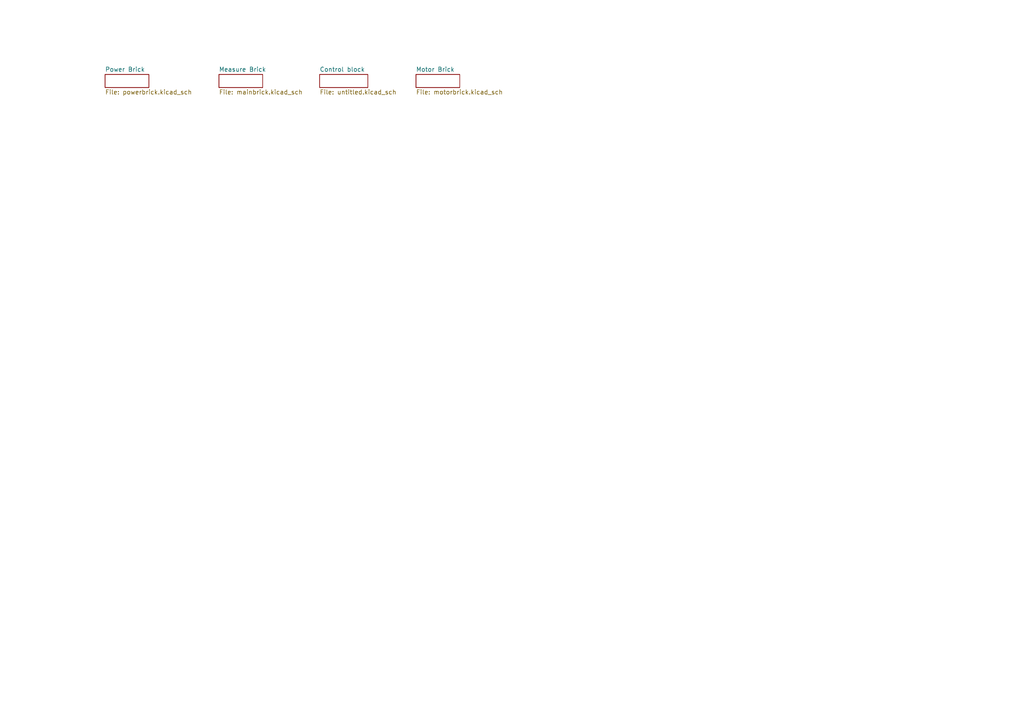
<source format=kicad_sch>
(kicad_sch
	(version 20250114)
	(generator "eeschema")
	(generator_version "9.0")
	(uuid "6e2a7673-a3dd-4427-9adf-f28c7cc113a0")
	(paper "A4")
	(lib_symbols)
	(sheet
		(at 92.71 21.59)
		(size 13.97 3.81)
		(exclude_from_sim no)
		(in_bom yes)
		(on_board yes)
		(dnp no)
		(fields_autoplaced yes)
		(stroke
			(width 0.1524)
			(type solid)
		)
		(fill
			(color 0 0 0 0.0000)
		)
		(uuid "06543eb5-14dc-4566-bec2-3bfbedf9d5fd")
		(property "Sheetname" "Control block"
			(at 92.71 20.8784 0)
			(effects
				(font
					(size 1.27 1.27)
				)
				(justify left bottom)
			)
		)
		(property "Sheetfile" "untitled.kicad_sch"
			(at 92.71 25.9846 0)
			(effects
				(font
					(size 1.27 1.27)
				)
				(justify left top)
			)
		)
		(instances
			(project "STM32 RC AUTO MOZEK"
				(path "/6e2a7673-a3dd-4427-9adf-f28c7cc113a0"
					(page "4")
				)
			)
		)
	)
	(sheet
		(at 63.5 21.59)
		(size 12.7 3.81)
		(exclude_from_sim no)
		(in_bom yes)
		(on_board yes)
		(dnp no)
		(fields_autoplaced yes)
		(stroke
			(width 0.1524)
			(type solid)
		)
		(fill
			(color 0 0 0 0.0000)
		)
		(uuid "51c8adc8-39e6-4ff6-9e54-3a41925bf3db")
		(property "Sheetname" "Measure Brick"
			(at 63.5 20.8784 0)
			(effects
				(font
					(size 1.27 1.27)
				)
				(justify left bottom)
			)
		)
		(property "Sheetfile" "mainbrick.kicad_sch"
			(at 63.5 25.9846 0)
			(effects
				(font
					(size 1.27 1.27)
				)
				(justify left top)
			)
		)
		(instances
			(project "STM32 RC AUTO MOZEK"
				(path "/6e2a7673-a3dd-4427-9adf-f28c7cc113a0"
					(page "3")
				)
			)
		)
	)
	(sheet
		(at 120.65 21.59)
		(size 12.7 3.81)
		(exclude_from_sim no)
		(in_bom yes)
		(on_board yes)
		(dnp no)
		(fields_autoplaced yes)
		(stroke
			(width 0.1524)
			(type solid)
		)
		(fill
			(color 0 0 0 0.0000)
		)
		(uuid "cf7fa0ae-78b0-45b6-90f8-84ece3ce253f")
		(property "Sheetname" "Motor Brick"
			(at 120.65 20.8784 0)
			(effects
				(font
					(size 1.27 1.27)
				)
				(justify left bottom)
			)
		)
		(property "Sheetfile" "motorbrick.kicad_sch"
			(at 120.65 25.9846 0)
			(effects
				(font
					(size 1.27 1.27)
				)
				(justify left top)
			)
		)
		(instances
			(project "STM32 RC AUTO MOZEK"
				(path "/6e2a7673-a3dd-4427-9adf-f28c7cc113a0"
					(page "5")
				)
			)
		)
	)
	(sheet
		(at 30.48 21.59)
		(size 12.7 3.81)
		(exclude_from_sim no)
		(in_bom yes)
		(on_board yes)
		(dnp no)
		(fields_autoplaced yes)
		(stroke
			(width 0.1524)
			(type solid)
		)
		(fill
			(color 0 0 0 0.0000)
		)
		(uuid "dfd97a23-616e-451f-b7bb-3bcde87fded7")
		(property "Sheetname" "Power Brick"
			(at 30.48 20.8784 0)
			(effects
				(font
					(size 1.27 1.27)
				)
				(justify left bottom)
			)
		)
		(property "Sheetfile" "powerbrick.kicad_sch"
			(at 30.48 25.9846 0)
			(effects
				(font
					(size 1.27 1.27)
				)
				(justify left top)
			)
		)
		(property "Field2" ""
			(at 30.48 21.59 0)
			(effects
				(font
					(size 1.27 1.27)
				)
			)
		)
		(instances
			(project "STM32 RC AUTO MOZEK"
				(path "/6e2a7673-a3dd-4427-9adf-f28c7cc113a0"
					(page "2")
				)
			)
		)
	)
	(sheet_instances
		(path "/"
			(page "1")
		)
	)
	(embedded_fonts no)
)

</source>
